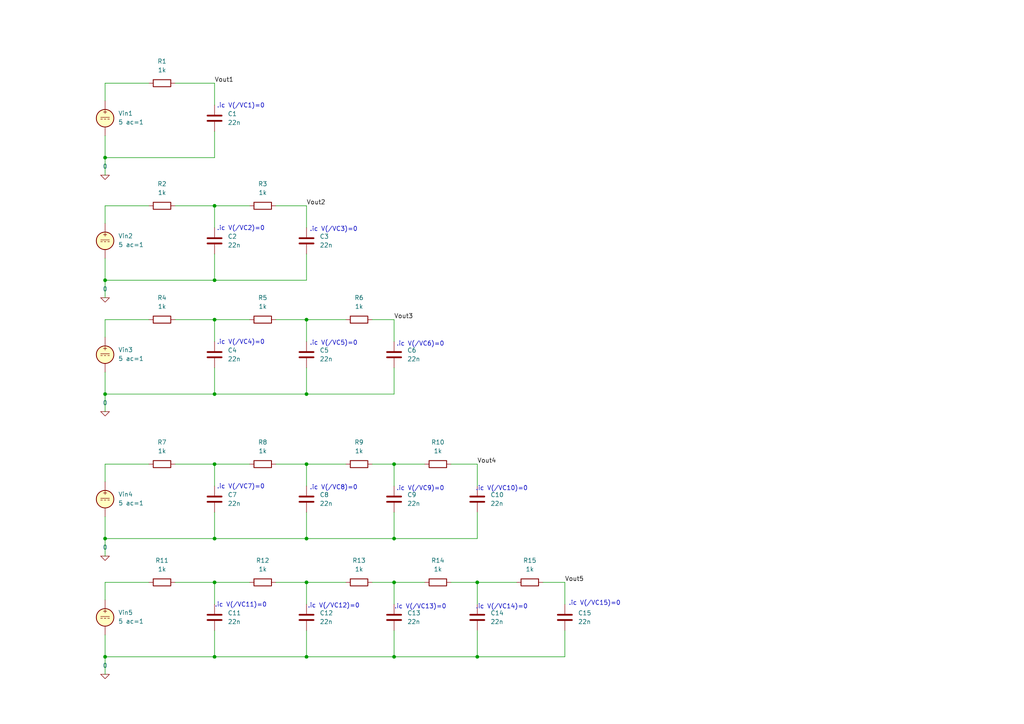
<source format=kicad_sch>
(kicad_sch (version 20250114) (generator "eeschema") (generator_version "9.0")
  (paper "A4")
  (lib_symbols
    (symbol "Device:C" (pin_numbers (hide yes)) (pin_names (offset 0.254))
      (property "Reference" "C" (at 0.635 2.54 0))
      (property "Value" "C" (at 0.635 -2.54 0))
      (symbol "C_0_1"
        (polyline (pts (xy -2.032 0.762) (xy 2.032 0.762)) (stroke (width 0.508)))
        (polyline (pts (xy -2.032 -0.762) (xy 2.032 -0.762)) (stroke (width 0.508)))
      )
      (symbol "C_1_1"
        (pin passive line (at 0 3.81 270) (length 2.794) (name "~") (number "1"))
        (pin passive line (at 0 -3.81 90) (length 2.794) (name "~") (number "2"))
      )
    )
    (symbol "Device:R" (pin_numbers (hide yes)) (pin_names (offset 0))
      (property "Reference" "R" (at 2.032 0 90))
      (property "Value" "R" (at 0 0 90))
      (symbol "R_0_1"
        (rectangle (start -1.016 -2.54) (end 1.016 2.54) (stroke (width 0.254)))
      )
      (symbol "R_1_1"
        (pin passive line (at 0 3.81 270) (length 1.27) (name "~") (number "1"))
        (pin passive line (at 0 -3.81 90) (length 1.27) (name "~") (number "2"))
      )
    )
    (symbol "Simulation_SPICE:0" (power) (pin_numbers (hide yes)) (pin_names (offset 0) (hide yes))
      (property "Value" "0" (at 0 -2.54 0))
      (symbol "0_0_1"
        (polyline (pts (xy -1.27 0) (xy 0 -1.27) (xy 1.27 0) (xy -1.27 0)))
      )
      (symbol "0_1_1"
        (pin power_in line (at 0 0 0) (length 0) (name "~") (number "1"))
      )
    )
    (symbol "Simulation_SPICE:VDC" (pin_numbers (hide yes)) (pin_names (offset 0.0254))
      (property "Reference" "V" (at 2.54 2.54 0))
      (property "Value" "1" (at 2.54 0 0))
      (symbol "VDC_0_0"
        (polyline (pts (xy -1.27 0.254) (xy 1.27 0.254)))
        (polyline (pts (xy -0.762 -0.254) (xy -1.27 -0.254)))
        (polyline (pts (xy 0.254 -0.254) (xy -0.254 -0.254)))
        (polyline (pts (xy 1.27 -0.254) (xy 0.762 -0.254)))
        (text "+" (at 0 1.905 0) (effects (font (size 1.27 1.27))))
      )
      (symbol "VDC_0_1"
        (circle (center 0 0) (radius 2.54) (stroke (width 0.254)) (fill (type background)))
      )
      (symbol "VDC_1_1"
        (pin passive line (at 0 5.08 270) (length 2.54) (name "~") (number "1"))
        (pin passive line (at 0 -5.08 90) (length 2.54) (name "~") (number "2"))
      )
    )
  )
  (text ".ic V(/VC15)=0" (at 172.466 175.006 0) (effects (font (size 1.27 1.27))))
  (text ".ic V(/VC10)=0" (at 145.542 141.732 0) (effects (font (size 1.27 1.27))))
  (text ".ic V(/VC4)=0" (at 69.85 99.314 0) (effects (font (size 1.27 1.27))))
  (text ".ic V(/VC9)=0" (at 121.92 141.732 0) (effects (font (size 1.27 1.27))))
  (text ".ic V(/VC7)=0" (at 69.85 141.224 0) (effects (font (size 1.27 1.27))))
  (text ".ic V(/VC2)=0" (at 69.85 66.294 0) (effects (font (size 1.27 1.27))))
  (text ".ic V(/VC12)=0" (at 96.774 175.768 0) (effects (font (size 1.27 1.27))))
  (text ".ic V(/VC8)=0" (at 96.774 141.478 0) (effects (font (size 1.27 1.27))))
  (text ".ic V(/VC5)=0" (at 96.774 99.568 0) (effects (font (size 1.27 1.27))))
  (text ".ic V(/VC14)=0" (at 145.542 176.022 0) (effects (font (size 1.27 1.27))))
  (text ".ic V(/VC11)=0" (at 69.85 175.514 0) (effects (font (size 1.27 1.27))))
  (text ".ic V(/VC6)=0" (at 121.92 99.822 0) (effects (font (size 1.27 1.27))))
  (text ".ic V(/VC1)=0" (at 69.85 30.734 0) (effects (font (size 1.27 1.27))))
  (text ".ic V(/VC13)=0" (at 121.92 176.022 0) (effects (font (size 1.27 1.27))))
  (text ".ic V(/VC3)=0" (at 96.774 66.548 0) (effects (font (size 1.27 1.27))))
  (junction (at 30.48 190.5))
  (junction (at 88.9 92.71))
  (junction (at 62.23 92.71))
  (junction (at 88.9 168.91))
  (junction (at 62.23 168.91))
  (junction (at 62.23 59.69))
  (junction (at 62.23 81.28))
  (junction (at 88.9 114.3))
  (junction (at 62.23 190.5))
  (junction (at 88.9 190.5))
  (junction (at 114.3 156.21))
  (junction (at 138.43 190.5))
  (junction (at 88.9 156.21))
  (junction (at 114.3 190.5))
  (junction (at 88.9 134.62))
  (junction (at 30.48 156.21))
  (junction (at 30.48 45.72))
  (junction (at 138.43 168.91))
  (junction (at 30.48 81.28))
  (junction (at 114.3 134.62))
  (junction (at 62.23 156.21))
  (junction (at 30.48 114.3))
  (junction (at 62.23 114.3))
  (junction (at 114.3 168.91))
  (junction (at 62.23 134.62))
  (wire (pts (xy 114.3 148.59) (xy 114.3 156.21)))
  (wire (pts (xy 114.3 114.3) (xy 88.9 114.3)))
  (wire (pts (xy 30.48 156.21) (xy 30.48 149.86)))
  (wire (pts (xy 62.23 190.5) (xy 88.9 190.5)))
  (wire (pts (xy 30.48 64.77) (xy 30.48 59.69)))
  (wire (pts (xy 50.8 168.91) (xy 62.23 168.91)))
  (wire (pts (xy 62.23 45.72) (xy 62.23 38.1)))
  (wire (pts (xy 163.83 182.88) (xy 163.83 190.5)))
  (wire (pts (xy 62.23 190.5) (xy 62.23 182.88)))
  (wire (pts (xy 163.83 168.91) (xy 163.83 175.26)))
  (wire (pts (xy 62.23 156.21) (xy 30.48 156.21)))
  (wire (pts (xy 114.3 134.62) (xy 123.19 134.62)))
  (wire (pts (xy 88.9 73.66) (xy 88.9 81.28)))
  (wire (pts (xy 62.23 156.21) (xy 62.23 148.59)))
  (wire (pts (xy 30.48 81.28) (xy 30.48 74.93)))
  (wire (pts (xy 30.48 134.62) (xy 43.18 134.62)))
  (wire (pts (xy 30.48 92.71) (xy 43.18 92.71)))
  (wire (pts (xy 30.48 114.3) (xy 30.48 119.38)))
  (wire (pts (xy 62.23 24.13) (xy 62.23 30.48)))
  (wire (pts (xy 138.43 168.91) (xy 130.81 168.91)))
  (wire (pts (xy 88.9 59.69) (xy 88.9 66.04)))
  (wire (pts (xy 163.83 190.5) (xy 138.43 190.5)))
  (wire (pts (xy 88.9 168.91) (xy 88.9 175.26)))
  (wire (pts (xy 88.9 168.91) (xy 100.33 168.91)))
  (wire (pts (xy 157.48 168.91) (xy 163.83 168.91)))
  (wire (pts (xy 107.95 134.62) (xy 114.3 134.62)))
  (wire (pts (xy 30.48 45.72) (xy 30.48 39.37)))
  (wire (pts (xy 72.39 59.69) (xy 62.23 59.69)))
  (wire (pts (xy 138.43 134.62) (xy 130.81 134.62)))
  (wire (pts (xy 62.23 81.28) (xy 62.23 73.66)))
  (wire (pts (xy 138.43 182.88) (xy 138.43 190.5)))
  (wire (pts (xy 114.3 168.91) (xy 123.19 168.91)))
  (wire (pts (xy 88.9 182.88) (xy 88.9 190.5)))
  (wire (pts (xy 62.23 114.3) (xy 30.48 114.3)))
  (wire (pts (xy 80.01 168.91) (xy 88.9 168.91)))
  (wire (pts (xy 72.39 134.62) (xy 62.23 134.62)))
  (wire (pts (xy 88.9 106.68) (xy 88.9 114.3)))
  (wire (pts (xy 138.43 156.21) (xy 114.3 156.21)))
  (wire (pts (xy 62.23 156.21) (xy 88.9 156.21)))
  (wire (pts (xy 30.48 190.5) (xy 30.48 184.15)))
  (wire (pts (xy 88.9 148.59) (xy 88.9 156.21)))
  (wire (pts (xy 50.8 134.62) (xy 62.23 134.62)))
  (wire (pts (xy 50.8 59.69) (xy 62.23 59.69)))
  (wire (pts (xy 138.43 148.59) (xy 138.43 156.21)))
  (wire (pts (xy 107.95 168.91) (xy 114.3 168.91)))
  (wire (pts (xy 62.23 45.72) (xy 30.48 45.72)))
  (wire (pts (xy 50.8 92.71) (xy 62.23 92.71)))
  (wire (pts (xy 30.48 139.7) (xy 30.48 134.62)))
  (wire (pts (xy 30.48 190.5) (xy 30.48 195.58)))
  (wire (pts (xy 62.23 168.91) (xy 62.23 175.26)))
  (wire (pts (xy 72.39 92.71) (xy 62.23 92.71)))
  (wire (pts (xy 107.95 92.71) (xy 114.3 92.71)))
  (wire (pts (xy 62.23 92.71) (xy 62.23 99.06)))
  (wire (pts (xy 62.23 114.3) (xy 88.9 114.3)))
  (wire (pts (xy 30.48 45.72) (xy 30.48 50.8)))
  (wire (pts (xy 88.9 134.62) (xy 88.9 140.97)))
  (wire (pts (xy 30.48 173.99) (xy 30.48 168.91)))
  (wire (pts (xy 30.48 114.3) (xy 30.48 107.95)))
  (wire (pts (xy 30.48 29.21) (xy 30.48 24.13)))
  (wire (pts (xy 30.48 97.79) (xy 30.48 92.71)))
  (wire (pts (xy 138.43 168.91) (xy 149.86 168.91)))
  (wire (pts (xy 80.01 59.69) (xy 88.9 59.69)))
  (wire (pts (xy 88.9 92.71) (xy 100.33 92.71)))
  (wire (pts (xy 114.3 92.71) (xy 114.3 99.06)))
  (wire (pts (xy 30.48 81.28) (xy 30.48 86.36)))
  (wire (pts (xy 114.3 182.88) (xy 114.3 190.5)))
  (wire (pts (xy 62.23 59.69) (xy 62.23 66.04)))
  (wire (pts (xy 114.3 134.62) (xy 114.3 140.97)))
  (wire (pts (xy 62.23 114.3) (xy 62.23 106.68)))
  (wire (pts (xy 50.8 24.13) (xy 62.23 24.13)))
  (wire (pts (xy 138.43 175.26) (xy 138.43 168.91)))
  (wire (pts (xy 138.43 190.5) (xy 114.3 190.5)))
  (wire (pts (xy 62.23 190.5) (xy 30.48 190.5)))
  (wire (pts (xy 80.01 92.71) (xy 88.9 92.71)))
  (wire (pts (xy 88.9 134.62) (xy 100.33 134.62)))
  (wire (pts (xy 62.23 81.28) (xy 30.48 81.28)))
  (wire (pts (xy 30.48 156.21) (xy 30.48 161.29)))
  (wire (pts (xy 114.3 168.91) (xy 114.3 175.26)))
  (wire (pts (xy 114.3 106.68) (xy 114.3 114.3)))
  (wire (pts (xy 30.48 59.69) (xy 43.18 59.69)))
  (wire (pts (xy 62.23 134.62) (xy 62.23 140.97)))
  (wire (pts (xy 30.48 168.91) (xy 43.18 168.91)))
  (wire (pts (xy 62.23 81.28) (xy 88.9 81.28)))
  (wire (pts (xy 114.3 190.5) (xy 88.9 190.5)))
  (wire (pts (xy 72.39 168.91) (xy 62.23 168.91)))
  (wire (pts (xy 138.43 140.97) (xy 138.43 134.62)))
  (wire (pts (xy 80.01 134.62) (xy 88.9 134.62)))
  (wire (pts (xy 114.3 156.21) (xy 88.9 156.21)))
  (wire (pts (xy 88.9 92.71) (xy 88.9 99.06)))
  (wire (pts (xy 30.48 24.13) (xy 43.18 24.13)))
  (label "Vout2" (at 88.9 59.69 0))
  (label "Vout5" (at 163.83 168.91 0))
  (label "Vout3" (at 114.3 92.71 0))
  (label "Vout4" (at 138.43 134.62 0))
  (label "Vout1" (at 62.23 24.13 0))
  (symbol (lib_id "Simulation_SPICE:0") (at 30.48 195.58 0) (unit 1)
    (property "Reference" "#GND05" (effects (hide yes)))
    (property "Value" "0" (at 30.48 193.04 0))
    (property "Datasheet" "https://ngspice.sourceforge.io/docs/ngspice-html-manual/manual.xhtml#subsec_Circuit_elements__device" (effects (hide yes)))
    (property "Description" "0V reference potential for simulation" (effects (hide yes)))
  )
  (symbol (lib_id "Simulation_SPICE:0") (at 30.48 119.38 0) (unit 1)
    (property "Reference" "#GND03" (effects (hide yes)))
    (property "Value" "0" (at 30.48 116.84 0))
    (property "Datasheet" "https://ngspice.sourceforge.io/docs/ngspice-html-manual/manual.xhtml#subsec_Circuit_elements__device" (effects (hide yes)))
    (property "Description" "0V reference potential for simulation" (effects (hide yes)))
  )
  (symbol (lib_id "Simulation_SPICE:VDC") (at 30.48 102.87 0) (unit 1)
    (property "Reference" "Vin3" (at 34.29 101.4701 0) (effects (justify left)))
    (property "Value" "5 ac=1" (at 34.29 104.0101 0) (effects (justify left)))
    (property "Datasheet" "https://ngspice.sourceforge.io/docs/ngspice-html-manual/manual.xhtml#sec_Independent_Sources_for" (effects (hide yes)))
    (property "Description" "Voltage source, DC" (effects (hide yes)))
    (property "Sim.Pins" "1=+ 2=-" (effects (hide yes)))
    (property "Sim.Type" "DC" (effects (hide yes)))
    (property "Sim.Device" "V" (effects (hide yes)))
  )
  (symbol (lib_id "Device:R") (at 46.99 92.71 90) (unit 1)
    (property "Reference" "R4" (at 46.99 86.36 90))
    (property "Value" "1k" (at 46.99 88.9 90))
    (property "Description" "Resistor" (effects (hide yes)))
  )
  (symbol (lib_id "Device:R") (at 104.14 92.71 90) (unit 1)
    (property "Reference" "R6" (at 104.14 86.36 90))
    (property "Value" "1k" (at 104.14 88.9 90))
    (property "Description" "Resistor" (effects (hide yes)))
  )
  (symbol (lib_id "Device:C") (at 62.23 34.29 0) (unit 1)
    (property "Reference" "C1" (at 66.04 33.0199 0) (effects (justify left)))
    (property "Value" "22n" (at 66.04 35.5599 0) (effects (justify left)))
    (property "Description" "Unpolarized capacitor" (effects (hide yes)))
  )
  (symbol (lib_id "Simulation_SPICE:VDC") (at 30.48 69.85 0) (unit 1)
    (property "Reference" "Vin2" (at 34.29 68.4501 0) (effects (justify left)))
    (property "Value" "5 ac=1" (at 34.29 70.9901 0) (effects (justify left)))
    (property "Datasheet" "https://ngspice.sourceforge.io/docs/ngspice-html-manual/manual.xhtml#sec_Independent_Sources_for" (effects (hide yes)))
    (property "Description" "Voltage source, DC" (effects (hide yes)))
    (property "Sim.Pins" "1=+ 2=-" (effects (hide yes)))
    (property "Sim.Type" "DC" (effects (hide yes)))
    (property "Sim.Device" "V" (effects (hide yes)))
  )
  (symbol (lib_id "Device:R") (at 76.2 59.69 90) (unit 1)
    (property "Reference" "R3" (at 76.2 53.34 90))
    (property "Value" "1k" (at 76.2 55.88 90))
    (property "Description" "Resistor" (effects (hide yes)))
  )
  (symbol (lib_id "Device:R") (at 46.99 24.13 90) (unit 1)
    (property "Reference" "R1" (at 46.99 17.78 90))
    (property "Value" "1k" (at 46.99 20.32 90))
    (property "Description" "Resistor" (effects (hide yes)))
  )
  (symbol (lib_id "Simulation_SPICE:0") (at 30.48 86.36 0) (unit 1)
    (property "Reference" "#GND02" (effects (hide yes)))
    (property "Value" "0" (at 30.48 83.82 0))
    (property "Datasheet" "https://ngspice.sourceforge.io/docs/ngspice-html-manual/manual.xhtml#subsec_Circuit_elements__device" (effects (hide yes)))
    (property "Description" "0V reference potential for simulation" (effects (hide yes)))
  )
  (symbol (lib_id "Device:C") (at 62.23 102.87 0) (unit 1)
    (property "Reference" "C4" (at 66.04 101.5999 0) (effects (justify left)))
    (property "Value" "22n" (at 66.04 104.1399 0) (effects (justify left)))
    (property "Description" "Unpolarized capacitor" (effects (hide yes)))
  )
  (symbol (lib_id "Device:C") (at 62.23 179.07 0) (unit 1)
    (property "Reference" "C11" (at 66.04 177.7999 0) (effects (justify left)))
    (property "Value" "22n" (at 66.04 180.3399 0) (effects (justify left)))
    (property "Description" "Unpolarized capacitor" (effects (hide yes)))
  )
  (symbol (lib_id "Device:R") (at 46.99 134.62 90) (unit 1)
    (property "Reference" "R7" (at 46.99 128.27 90))
    (property "Value" "1k" (at 46.99 130.81 90))
    (property "Description" "Resistor" (effects (hide yes)))
  )
  (symbol (lib_id "Device:C") (at 138.43 144.78 0) (unit 1)
    (property "Reference" "C10" (at 142.24 143.5099 0) (effects (justify left)))
    (property "Value" "22n" (at 142.24 146.0499 0) (effects (justify left)))
    (property "Description" "Unpolarized capacitor" (effects (hide yes)))
  )
  (symbol (lib_id "Device:C") (at 62.23 144.78 0) (unit 1)
    (property "Reference" "C7" (at 66.04 143.5099 0) (effects (justify left)))
    (property "Value" "22n" (at 66.04 146.0499 0) (effects (justify left)))
    (property "Description" "Unpolarized capacitor" (effects (hide yes)))
  )
  (symbol (lib_id "Device:C") (at 88.9 69.85 0) (unit 1)
    (property "Reference" "C3" (at 92.71 68.5799 0) (effects (justify left)))
    (property "Value" "22n" (at 92.71 71.1199 0) (effects (justify left)))
    (property "Description" "Unpolarized capacitor" (effects (hide yes)))
  )
  (symbol (lib_id "Simulation_SPICE:0") (at 30.48 161.29 0) (unit 1)
    (property "Reference" "#GND04" (effects (hide yes)))
    (property "Value" "0" (at 30.48 158.75 0))
    (property "Datasheet" "https://ngspice.sourceforge.io/docs/ngspice-html-manual/manual.xhtml#subsec_Circuit_elements__device" (effects (hide yes)))
    (property "Description" "0V reference potential for simulation" (effects (hide yes)))
  )
  (symbol (lib_id "Device:R") (at 153.67 168.91 90) (unit 1)
    (property "Reference" "R15" (at 153.67 162.56 90))
    (property "Value" "1k" (at 153.67 165.1 90))
    (property "Description" "Resistor" (effects (hide yes)))
  )
  (symbol (lib_id "Device:C") (at 88.9 144.78 0) (unit 1)
    (property "Reference" "C8" (at 92.71 143.5099 0) (effects (justify left)))
    (property "Value" "22n" (at 92.71 146.0499 0) (effects (justify left)))
    (property "Description" "Unpolarized capacitor" (effects (hide yes)))
  )
  (symbol (lib_id "Device:C") (at 163.83 179.07 0) (unit 1)
    (property "Reference" "C15" (at 167.64 177.7999 0) (effects (justify left)))
    (property "Value" "22n" (at 167.64 180.3399 0) (effects (justify left)))
    (property "Description" "Unpolarized capacitor" (effects (hide yes)))
  )
  (symbol (lib_id "Device:C") (at 114.3 179.07 0) (unit 1)
    (property "Reference" "C13" (at 118.11 177.7999 0) (effects (justify left)))
    (property "Value" "22n" (at 118.11 180.3399 0) (effects (justify left)))
    (property "Description" "Unpolarized capacitor" (effects (hide yes)))
  )
  (symbol (lib_id "Device:C") (at 114.3 102.87 0) (unit 1)
    (property "Reference" "C6" (at 118.11 101.5999 0) (effects (justify left)))
    (property "Value" "22n" (at 118.11 104.1399 0) (effects (justify left)))
    (property "Description" "Unpolarized capacitor" (effects (hide yes)))
  )
  (symbol (lib_id "Device:C") (at 114.3 144.78 0) (unit 1)
    (property "Reference" "C9" (at 118.11 143.5099 0) (effects (justify left)))
    (property "Value" "22n" (at 118.11 146.0499 0) (effects (justify left)))
    (property "Description" "Unpolarized capacitor" (effects (hide yes)))
  )
  (symbol (lib_id "Device:R") (at 104.14 168.91 90) (unit 1)
    (property "Reference" "R13" (at 104.14 162.56 90))
    (property "Value" "1k" (at 104.14 165.1 90))
    (property "Description" "Resistor" (effects (hide yes)))
  )
  (symbol (lib_id "Device:R") (at 46.99 168.91 90) (unit 1)
    (property "Reference" "R11" (at 46.99 162.56 90))
    (property "Value" "1k" (at 46.99 165.1 90))
    (property "Description" "Resistor" (effects (hide yes)))
  )
  (symbol (lib_id "Device:R") (at 127 134.62 90) (unit 1)
    (property "Reference" "R10" (at 127 128.27 90))
    (property "Value" "1k" (at 127 130.81 90))
    (property "Description" "Resistor" (effects (hide yes)))
  )
  (symbol (lib_id "Device:C") (at 88.9 179.07 0) (unit 1)
    (property "Reference" "C12" (at 92.71 177.7999 0) (effects (justify left)))
    (property "Value" "22n" (at 92.71 180.3399 0) (effects (justify left)))
    (property "Description" "Unpolarized capacitor" (effects (hide yes)))
  )
  (symbol (lib_id "Device:R") (at 104.14 134.62 90) (unit 1)
    (property "Reference" "R9" (at 104.14 128.27 90))
    (property "Value" "1k" (at 104.14 130.81 90))
    (property "Description" "Resistor" (effects (hide yes)))
  )
  (symbol (lib_id "Device:C") (at 138.43 179.07 0) (unit 1)
    (property "Reference" "C14" (at 142.24 177.7999 0) (effects (justify left)))
    (property "Value" "22n" (at 142.24 180.3399 0) (effects (justify left)))
    (property "Description" "Unpolarized capacitor" (effects (hide yes)))
  )
  (symbol (lib_id "Simulation_SPICE:0") (at 30.48 50.8 0) (unit 1)
    (property "Reference" "#GND01" (effects (hide yes)))
    (property "Value" "0" (at 30.48 48.26 0))
    (property "Datasheet" "https://ngspice.sourceforge.io/docs/ngspice-html-manual/manual.xhtml#subsec_Circuit_elements__device" (effects (hide yes)))
    (property "Description" "0V reference potential for simulation" (effects (hide yes)))
  )
  (symbol (lib_id "Device:R") (at 76.2 134.62 90) (unit 1)
    (property "Reference" "R8" (at 76.2 128.27 90))
    (property "Value" "1k" (at 76.2 130.81 90))
    (property "Description" "Resistor" (effects (hide yes)))
  )
  (symbol (lib_id "Device:C") (at 88.9 102.87 0) (unit 1)
    (property "Reference" "C5" (at 92.71 101.5999 0) (effects (justify left)))
    (property "Value" "22n" (at 92.71 104.1399 0) (effects (justify left)))
    (property "Description" "Unpolarized capacitor" (effects (hide yes)))
  )
  (symbol (lib_id "Simulation_SPICE:VDC") (at 30.48 144.78 0) (unit 1)
    (property "Reference" "Vin4" (at 34.29 143.3801 0) (effects (justify left)))
    (property "Value" "5 ac=1" (at 34.29 145.9201 0) (effects (justify left)))
    (property "Datasheet" "https://ngspice.sourceforge.io/docs/ngspice-html-manual/manual.xhtml#sec_Independent_Sources_for" (effects (hide yes)))
    (property "Description" "Voltage source, DC" (effects (hide yes)))
    (property "Sim.Pins" "1=+ 2=-" (effects (hide yes)))
    (property "Sim.Type" "DC" (effects (hide yes)))
    (property "Sim.Device" "V" (effects (hide yes)))
  )
  (symbol (lib_id "Device:R") (at 46.99 59.69 90) (unit 1)
    (property "Reference" "R2" (at 46.99 53.34 90))
    (property "Value" "1k" (at 46.99 55.88 90))
    (property "Description" "Resistor" (effects (hide yes)))
  )
  (symbol (lib_id "Device:R") (at 127 168.91 90) (unit 1)
    (property "Reference" "R14" (at 127 162.56 90))
    (property "Value" "1k" (at 127 165.1 90))
    (property "Description" "Resistor" (effects (hide yes)))
  )
  (symbol (lib_id "Device:R") (at 76.2 168.91 90) (unit 1)
    (property "Reference" "R12" (at 76.2 162.56 90))
    (property "Value" "1k" (at 76.2 165.1 90))
    (property "Description" "Resistor" (effects (hide yes)))
  )
  (symbol (lib_id "Simulation_SPICE:VDC") (at 30.48 179.07 0) (unit 1)
    (property "Reference" "Vin5" (at 34.29 177.6701 0) (effects (justify left)))
    (property "Value" "5 ac=1" (at 34.29 180.2101 0) (effects (justify left)))
    (property "Datasheet" "https://ngspice.sourceforge.io/docs/ngspice-html-manual/manual.xhtml#sec_Independent_Sources_for" (effects (hide yes)))
    (property "Description" "Voltage source, DC" (effects (hide yes)))
    (property "Sim.Pins" "1=+ 2=-" (effects (hide yes)))
    (property "Sim.Type" "DC" (effects (hide yes)))
    (property "Sim.Device" "V" (effects (hide yes)))
  )
  (symbol (lib_id "Simulation_SPICE:VDC") (at 30.48 34.29 0) (unit 1)
    (property "Reference" "Vin1" (at 34.29 32.8901 0) (effects (justify left)))
    (property "Value" "5 ac=1" (at 34.29 35.4301 0) (effects (justify left)))
    (property "Datasheet" "https://ngspice.sourceforge.io/docs/ngspice-html-manual/manual.xhtml#sec_Independent_Sources_for" (effects (hide yes)))
    (property "Description" "Voltage source, DC" (effects (hide yes)))
    (property "Sim.Pins" "1=+ 2=-" (effects (hide yes)))
    (property "Sim.Type" "DC" (effects (hide yes)))
    (property "Sim.Device" "V" (effects (hide yes)))
  )
  (symbol (lib_id "Device:C") (at 62.23 69.85 0) (unit 1)
    (property "Reference" "C2" (at 66.04 68.5799 0) (effects (justify left)))
    (property "Value" "22n" (at 66.04 71.1199 0) (effects (justify left)))
    (property "Description" "Unpolarized capacitor" (effects (hide yes)))
  )
  (symbol (lib_id "Device:R") (at 76.2 92.71 90) (unit 1)
    (property "Reference" "R5" (at 76.2 86.36 90))
    (property "Value" "1k" (at 76.2 88.9 90))
    (property "Description" "Resistor" (effects (hide yes)))
  )
)
</source>
